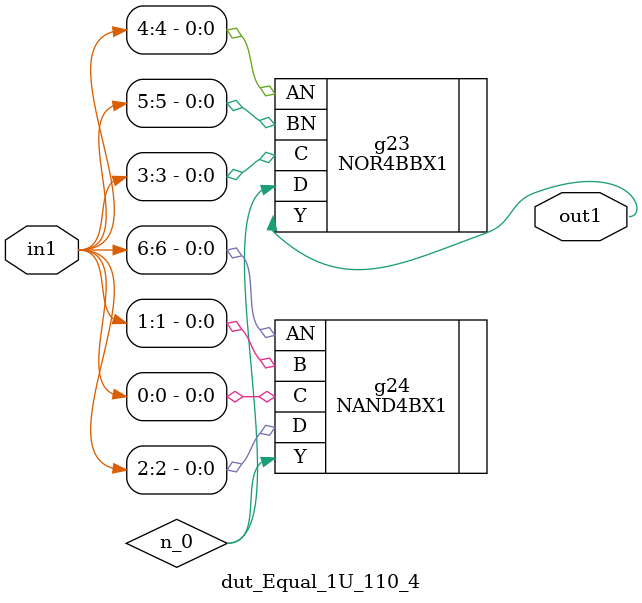
<source format=v>
`timescale 1ps / 1ps


module dut_Equal_1U_110_4(in1, out1);
  input [6:0] in1;
  output out1;
  wire [6:0] in1;
  wire out1;
  wire n_0;
  NOR4BBX1 g23(.AN (in1[4]), .BN (in1[5]), .C (in1[3]), .D (n_0), .Y
       (out1));
  NAND4BX1 g24(.AN (in1[6]), .B (in1[1]), .C (in1[0]), .D (in1[2]), .Y
       (n_0));
endmodule



</source>
